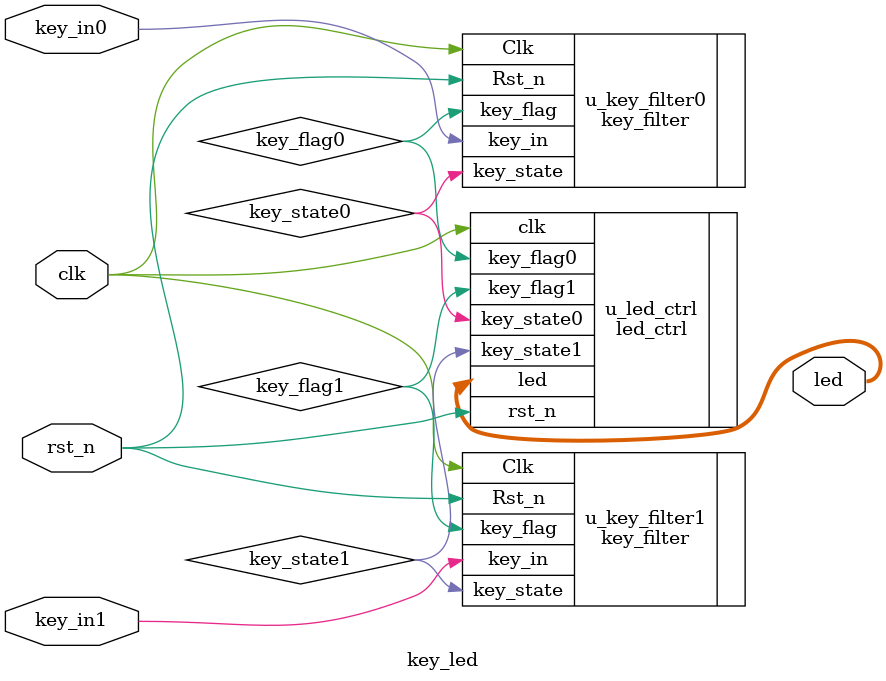
<source format=v>



module key_led(

	input 	    clk,
	input 	    rst_n,
	
	input 	    key_in0,
	input 	  	 key_in1,

	output [3:0] led
);


wire key_flag0;
wire key_state0;

wire key_flag1;
wire key_state1;

//- 按键消除抖动

key_filter u_key_filter0(
	.Clk			(clk),	
	.Rst_n		(rst_n),
	.key_in		(key_in0),
	.key_flag	(key_flag0),
	.key_state	(key_state0)
);

key_filter u_key_filter1(
	.Clk			(clk),	
	.Rst_n		(rst_n),
	.key_in		(key_in1),
	.key_flag	(key_flag1),
	.key_state	(key_state1)
);

//- led 控制
led_ctrl u_led_ctrl(
	 .clk			(clk),
	 .rst_n		(rst_n),

	 .key_flag0	(key_flag0),
	 .key_state0(key_state0),
	
	 .key_flag1	(key_flag1),
	 .key_state1(key_state1),

	 .led			(led)
);

	
endmodule








</source>
